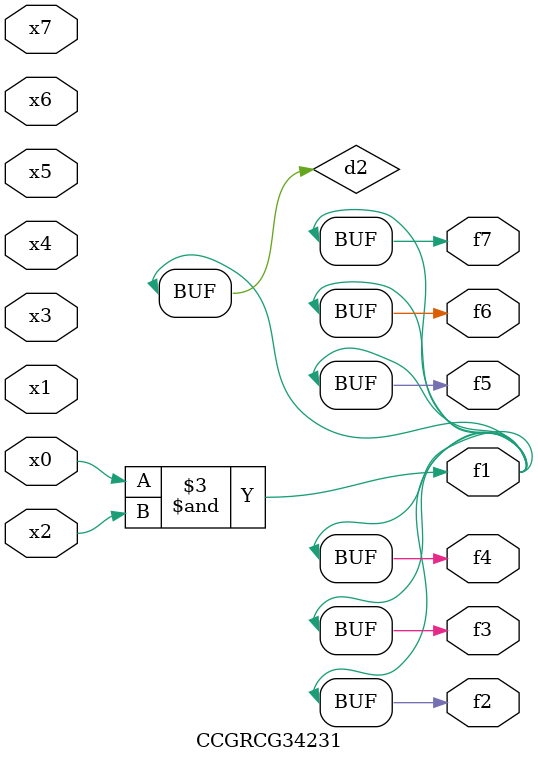
<source format=v>
module CCGRCG34231(
	input x0, x1, x2, x3, x4, x5, x6, x7,
	output f1, f2, f3, f4, f5, f6, f7
);

	wire d1, d2;

	nor (d1, x3, x6);
	and (d2, x0, x2);
	assign f1 = d2;
	assign f2 = d2;
	assign f3 = d2;
	assign f4 = d2;
	assign f5 = d2;
	assign f6 = d2;
	assign f7 = d2;
endmodule

</source>
